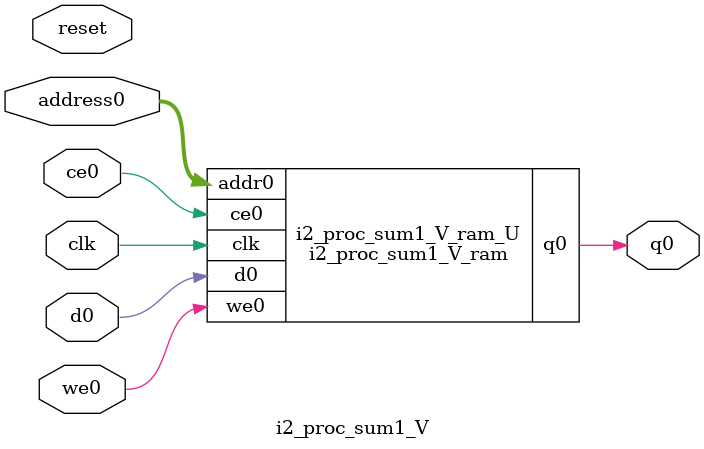
<source format=v>
`timescale 1 ns / 1 ps
module i2_proc_sum1_V_ram (addr0, ce0, d0, we0, q0,  clk);

parameter DWIDTH = 1;
parameter AWIDTH = 8;
parameter MEM_SIZE = 156;

input[AWIDTH-1:0] addr0;
input ce0;
input[DWIDTH-1:0] d0;
input we0;
output reg[DWIDTH-1:0] q0;
input clk;

(* ram_style = "distributed" *)reg [DWIDTH-1:0] ram[0:MEM_SIZE-1];




always @(posedge clk)  
begin 
    if (ce0) begin
        if (we0) 
            ram[addr0] <= d0; 
        q0 <= ram[addr0];
    end
end


endmodule

`timescale 1 ns / 1 ps
module i2_proc_sum1_V(
    reset,
    clk,
    address0,
    ce0,
    we0,
    d0,
    q0);

parameter DataWidth = 32'd1;
parameter AddressRange = 32'd156;
parameter AddressWidth = 32'd8;
input reset;
input clk;
input[AddressWidth - 1:0] address0;
input ce0;
input we0;
input[DataWidth - 1:0] d0;
output[DataWidth - 1:0] q0;



i2_proc_sum1_V_ram i2_proc_sum1_V_ram_U(
    .clk( clk ),
    .addr0( address0 ),
    .ce0( ce0 ),
    .we0( we0 ),
    .d0( d0 ),
    .q0( q0 ));

endmodule


</source>
